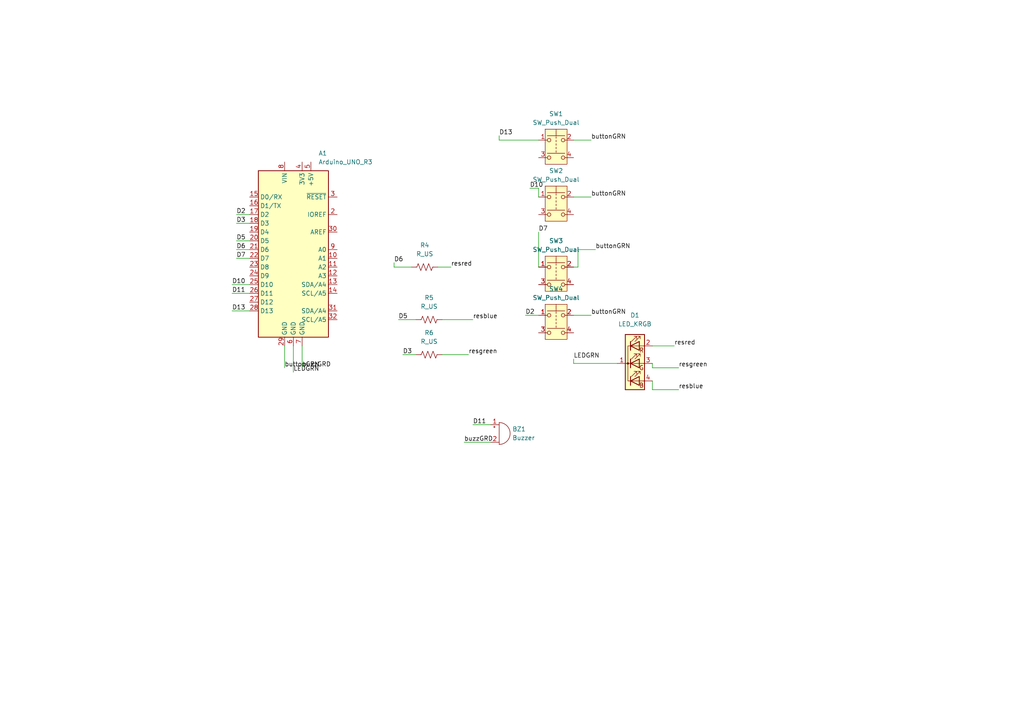
<source format=kicad_sch>
(kicad_sch
	(version 20231120)
	(generator "eeschema")
	(generator_version "8.0")
	(uuid "854e088e-01da-440b-a76e-40df1c8dfbbb")
	(paper "A4")
	(lib_symbols
		(symbol "Device:Buzzer"
			(pin_names
				(offset 0.0254) hide)
			(exclude_from_sim no)
			(in_bom yes)
			(on_board yes)
			(property "Reference" "BZ"
				(at 3.81 1.27 0)
				(effects
					(font
						(size 1.27 1.27)
					)
					(justify left)
				)
			)
			(property "Value" "Buzzer"
				(at 3.81 -1.27 0)
				(effects
					(font
						(size 1.27 1.27)
					)
					(justify left)
				)
			)
			(property "Footprint" ""
				(at -0.635 2.54 90)
				(effects
					(font
						(size 1.27 1.27)
					)
					(hide yes)
				)
			)
			(property "Datasheet" "~"
				(at -0.635 2.54 90)
				(effects
					(font
						(size 1.27 1.27)
					)
					(hide yes)
				)
			)
			(property "Description" "Buzzer, polarized"
				(at 0 0 0)
				(effects
					(font
						(size 1.27 1.27)
					)
					(hide yes)
				)
			)
			(property "ki_keywords" "quartz resonator ceramic"
				(at 0 0 0)
				(effects
					(font
						(size 1.27 1.27)
					)
					(hide yes)
				)
			)
			(property "ki_fp_filters" "*Buzzer*"
				(at 0 0 0)
				(effects
					(font
						(size 1.27 1.27)
					)
					(hide yes)
				)
			)
			(symbol "Buzzer_0_1"
				(arc
					(start 0 -3.175)
					(mid 3.1612 0)
					(end 0 3.175)
					(stroke
						(width 0)
						(type default)
					)
					(fill
						(type none)
					)
				)
				(polyline
					(pts
						(xy -1.651 1.905) (xy -1.143 1.905)
					)
					(stroke
						(width 0)
						(type default)
					)
					(fill
						(type none)
					)
				)
				(polyline
					(pts
						(xy -1.397 2.159) (xy -1.397 1.651)
					)
					(stroke
						(width 0)
						(type default)
					)
					(fill
						(type none)
					)
				)
				(polyline
					(pts
						(xy 0 3.175) (xy 0 -3.175)
					)
					(stroke
						(width 0)
						(type default)
					)
					(fill
						(type none)
					)
				)
			)
			(symbol "Buzzer_1_1"
				(pin passive line
					(at -2.54 2.54 0)
					(length 2.54)
					(name "+"
						(effects
							(font
								(size 1.27 1.27)
							)
						)
					)
					(number "1"
						(effects
							(font
								(size 1.27 1.27)
							)
						)
					)
				)
				(pin passive line
					(at -2.54 -2.54 0)
					(length 2.54)
					(name "-"
						(effects
							(font
								(size 1.27 1.27)
							)
						)
					)
					(number "2"
						(effects
							(font
								(size 1.27 1.27)
							)
						)
					)
				)
			)
		)
		(symbol "Device:LED_KRGB"
			(pin_names
				(offset 0) hide)
			(exclude_from_sim no)
			(in_bom yes)
			(on_board yes)
			(property "Reference" "D"
				(at 0 9.398 0)
				(effects
					(font
						(size 1.27 1.27)
					)
				)
			)
			(property "Value" "LED_KRGB"
				(at 0 -8.89 0)
				(effects
					(font
						(size 1.27 1.27)
					)
				)
			)
			(property "Footprint" ""
				(at 0 -1.27 0)
				(effects
					(font
						(size 1.27 1.27)
					)
					(hide yes)
				)
			)
			(property "Datasheet" "~"
				(at 0 -1.27 0)
				(effects
					(font
						(size 1.27 1.27)
					)
					(hide yes)
				)
			)
			(property "Description" "RGB LED, cathode/red/green/blue"
				(at 0 0 0)
				(effects
					(font
						(size 1.27 1.27)
					)
					(hide yes)
				)
			)
			(property "ki_keywords" "LED RGB diode"
				(at 0 0 0)
				(effects
					(font
						(size 1.27 1.27)
					)
					(hide yes)
				)
			)
			(property "ki_fp_filters" "LED* LED_SMD:* LED_THT:*"
				(at 0 0 0)
				(effects
					(font
						(size 1.27 1.27)
					)
					(hide yes)
				)
			)
			(symbol "LED_KRGB_0_0"
				(text "B"
					(at 1.905 -6.35 0)
					(effects
						(font
							(size 1.27 1.27)
						)
					)
				)
				(text "G"
					(at 1.905 -1.27 0)
					(effects
						(font
							(size 1.27 1.27)
						)
					)
				)
				(text "R"
					(at 1.905 3.81 0)
					(effects
						(font
							(size 1.27 1.27)
						)
					)
				)
			)
			(symbol "LED_KRGB_0_1"
				(circle
					(center -2.032 0)
					(radius 0.254)
					(stroke
						(width 0)
						(type default)
					)
					(fill
						(type outline)
					)
				)
				(polyline
					(pts
						(xy -1.27 -5.08) (xy 1.27 -5.08)
					)
					(stroke
						(width 0)
						(type default)
					)
					(fill
						(type none)
					)
				)
				(polyline
					(pts
						(xy -1.27 -3.81) (xy -1.27 -6.35)
					)
					(stroke
						(width 0.254)
						(type default)
					)
					(fill
						(type none)
					)
				)
				(polyline
					(pts
						(xy -1.27 0) (xy -2.54 0)
					)
					(stroke
						(width 0)
						(type default)
					)
					(fill
						(type none)
					)
				)
				(polyline
					(pts
						(xy -1.27 1.27) (xy -1.27 -1.27)
					)
					(stroke
						(width 0.254)
						(type default)
					)
					(fill
						(type none)
					)
				)
				(polyline
					(pts
						(xy -1.27 5.08) (xy 1.27 5.08)
					)
					(stroke
						(width 0)
						(type default)
					)
					(fill
						(type none)
					)
				)
				(polyline
					(pts
						(xy -1.27 6.35) (xy -1.27 3.81)
					)
					(stroke
						(width 0.254)
						(type default)
					)
					(fill
						(type none)
					)
				)
				(polyline
					(pts
						(xy 1.27 -5.08) (xy 2.54 -5.08)
					)
					(stroke
						(width 0)
						(type default)
					)
					(fill
						(type none)
					)
				)
				(polyline
					(pts
						(xy 1.27 0) (xy -1.27 0)
					)
					(stroke
						(width 0)
						(type default)
					)
					(fill
						(type none)
					)
				)
				(polyline
					(pts
						(xy 1.27 0) (xy 2.54 0)
					)
					(stroke
						(width 0)
						(type default)
					)
					(fill
						(type none)
					)
				)
				(polyline
					(pts
						(xy 1.27 5.08) (xy 2.54 5.08)
					)
					(stroke
						(width 0)
						(type default)
					)
					(fill
						(type none)
					)
				)
				(polyline
					(pts
						(xy -1.27 1.27) (xy -1.27 -1.27) (xy -1.27 -1.27)
					)
					(stroke
						(width 0)
						(type default)
					)
					(fill
						(type none)
					)
				)
				(polyline
					(pts
						(xy -1.27 6.35) (xy -1.27 3.81) (xy -1.27 3.81)
					)
					(stroke
						(width 0)
						(type default)
					)
					(fill
						(type none)
					)
				)
				(polyline
					(pts
						(xy -1.27 5.08) (xy -2.032 5.08) (xy -2.032 -5.08) (xy -1.016 -5.08)
					)
					(stroke
						(width 0)
						(type default)
					)
					(fill
						(type none)
					)
				)
				(polyline
					(pts
						(xy 1.27 -3.81) (xy 1.27 -6.35) (xy -1.27 -5.08) (xy 1.27 -3.81)
					)
					(stroke
						(width 0.254)
						(type default)
					)
					(fill
						(type none)
					)
				)
				(polyline
					(pts
						(xy 1.27 1.27) (xy 1.27 -1.27) (xy -1.27 0) (xy 1.27 1.27)
					)
					(stroke
						(width 0.254)
						(type default)
					)
					(fill
						(type none)
					)
				)
				(polyline
					(pts
						(xy 1.27 6.35) (xy 1.27 3.81) (xy -1.27 5.08) (xy 1.27 6.35)
					)
					(stroke
						(width 0.254)
						(type default)
					)
					(fill
						(type none)
					)
				)
				(polyline
					(pts
						(xy -1.016 -3.81) (xy 0.508 -2.286) (xy -0.254 -2.286) (xy 0.508 -2.286) (xy 0.508 -3.048)
					)
					(stroke
						(width 0)
						(type default)
					)
					(fill
						(type none)
					)
				)
				(polyline
					(pts
						(xy -1.016 1.27) (xy 0.508 2.794) (xy -0.254 2.794) (xy 0.508 2.794) (xy 0.508 2.032)
					)
					(stroke
						(width 0)
						(type default)
					)
					(fill
						(type none)
					)
				)
				(polyline
					(pts
						(xy -1.016 6.35) (xy 0.508 7.874) (xy -0.254 7.874) (xy 0.508 7.874) (xy 0.508 7.112)
					)
					(stroke
						(width 0)
						(type default)
					)
					(fill
						(type none)
					)
				)
				(polyline
					(pts
						(xy 0 -3.81) (xy 1.524 -2.286) (xy 0.762 -2.286) (xy 1.524 -2.286) (xy 1.524 -3.048)
					)
					(stroke
						(width 0)
						(type default)
					)
					(fill
						(type none)
					)
				)
				(polyline
					(pts
						(xy 0 1.27) (xy 1.524 2.794) (xy 0.762 2.794) (xy 1.524 2.794) (xy 1.524 2.032)
					)
					(stroke
						(width 0)
						(type default)
					)
					(fill
						(type none)
					)
				)
				(polyline
					(pts
						(xy 0 6.35) (xy 1.524 7.874) (xy 0.762 7.874) (xy 1.524 7.874) (xy 1.524 7.112)
					)
					(stroke
						(width 0)
						(type default)
					)
					(fill
						(type none)
					)
				)
				(rectangle
					(start 1.27 -1.27)
					(end 1.27 1.27)
					(stroke
						(width 0)
						(type default)
					)
					(fill
						(type none)
					)
				)
				(rectangle
					(start 1.27 1.27)
					(end 1.27 1.27)
					(stroke
						(width 0)
						(type default)
					)
					(fill
						(type none)
					)
				)
				(rectangle
					(start 1.27 3.81)
					(end 1.27 6.35)
					(stroke
						(width 0)
						(type default)
					)
					(fill
						(type none)
					)
				)
				(rectangle
					(start 1.27 6.35)
					(end 1.27 6.35)
					(stroke
						(width 0)
						(type default)
					)
					(fill
						(type none)
					)
				)
				(rectangle
					(start 2.794 8.382)
					(end -2.794 -7.62)
					(stroke
						(width 0.254)
						(type default)
					)
					(fill
						(type background)
					)
				)
			)
			(symbol "LED_KRGB_1_1"
				(pin passive line
					(at -5.08 0 0)
					(length 2.54)
					(name "K"
						(effects
							(font
								(size 1.27 1.27)
							)
						)
					)
					(number "1"
						(effects
							(font
								(size 1.27 1.27)
							)
						)
					)
				)
				(pin passive line
					(at 5.08 5.08 180)
					(length 2.54)
					(name "RA"
						(effects
							(font
								(size 1.27 1.27)
							)
						)
					)
					(number "2"
						(effects
							(font
								(size 1.27 1.27)
							)
						)
					)
				)
				(pin passive line
					(at 5.08 0 180)
					(length 2.54)
					(name "GA"
						(effects
							(font
								(size 1.27 1.27)
							)
						)
					)
					(number "3"
						(effects
							(font
								(size 1.27 1.27)
							)
						)
					)
				)
				(pin passive line
					(at 5.08 -5.08 180)
					(length 2.54)
					(name "BA"
						(effects
							(font
								(size 1.27 1.27)
							)
						)
					)
					(number "4"
						(effects
							(font
								(size 1.27 1.27)
							)
						)
					)
				)
			)
		)
		(symbol "Device:R_US"
			(pin_numbers hide)
			(pin_names
				(offset 0)
			)
			(exclude_from_sim no)
			(in_bom yes)
			(on_board yes)
			(property "Reference" "R"
				(at 2.54 0 90)
				(effects
					(font
						(size 1.27 1.27)
					)
				)
			)
			(property "Value" "R_US"
				(at -2.54 0 90)
				(effects
					(font
						(size 1.27 1.27)
					)
				)
			)
			(property "Footprint" ""
				(at 1.016 -0.254 90)
				(effects
					(font
						(size 1.27 1.27)
					)
					(hide yes)
				)
			)
			(property "Datasheet" "~"
				(at 0 0 0)
				(effects
					(font
						(size 1.27 1.27)
					)
					(hide yes)
				)
			)
			(property "Description" "Resistor, US symbol"
				(at 0 0 0)
				(effects
					(font
						(size 1.27 1.27)
					)
					(hide yes)
				)
			)
			(property "ki_keywords" "R res resistor"
				(at 0 0 0)
				(effects
					(font
						(size 1.27 1.27)
					)
					(hide yes)
				)
			)
			(property "ki_fp_filters" "R_*"
				(at 0 0 0)
				(effects
					(font
						(size 1.27 1.27)
					)
					(hide yes)
				)
			)
			(symbol "R_US_0_1"
				(polyline
					(pts
						(xy 0 -2.286) (xy 0 -2.54)
					)
					(stroke
						(width 0)
						(type default)
					)
					(fill
						(type none)
					)
				)
				(polyline
					(pts
						(xy 0 2.286) (xy 0 2.54)
					)
					(stroke
						(width 0)
						(type default)
					)
					(fill
						(type none)
					)
				)
				(polyline
					(pts
						(xy 0 -0.762) (xy 1.016 -1.143) (xy 0 -1.524) (xy -1.016 -1.905) (xy 0 -2.286)
					)
					(stroke
						(width 0)
						(type default)
					)
					(fill
						(type none)
					)
				)
				(polyline
					(pts
						(xy 0 0.762) (xy 1.016 0.381) (xy 0 0) (xy -1.016 -0.381) (xy 0 -0.762)
					)
					(stroke
						(width 0)
						(type default)
					)
					(fill
						(type none)
					)
				)
				(polyline
					(pts
						(xy 0 2.286) (xy 1.016 1.905) (xy 0 1.524) (xy -1.016 1.143) (xy 0 0.762)
					)
					(stroke
						(width 0)
						(type default)
					)
					(fill
						(type none)
					)
				)
			)
			(symbol "R_US_1_1"
				(pin passive line
					(at 0 3.81 270)
					(length 1.27)
					(name "~"
						(effects
							(font
								(size 1.27 1.27)
							)
						)
					)
					(number "1"
						(effects
							(font
								(size 1.27 1.27)
							)
						)
					)
				)
				(pin passive line
					(at 0 -3.81 90)
					(length 1.27)
					(name "~"
						(effects
							(font
								(size 1.27 1.27)
							)
						)
					)
					(number "2"
						(effects
							(font
								(size 1.27 1.27)
							)
						)
					)
				)
			)
		)
		(symbol "MCU_Module:Arduino_UNO_R3"
			(exclude_from_sim no)
			(in_bom yes)
			(on_board yes)
			(property "Reference" "A"
				(at -10.16 23.495 0)
				(effects
					(font
						(size 1.27 1.27)
					)
					(justify left bottom)
				)
			)
			(property "Value" "Arduino_UNO_R3"
				(at 5.08 -26.67 0)
				(effects
					(font
						(size 1.27 1.27)
					)
					(justify left top)
				)
			)
			(property "Footprint" "Module:Arduino_UNO_R3"
				(at 0 0 0)
				(effects
					(font
						(size 1.27 1.27)
						(italic yes)
					)
					(hide yes)
				)
			)
			(property "Datasheet" "https://www.arduino.cc/en/Main/arduinoBoardUno"
				(at 0 0 0)
				(effects
					(font
						(size 1.27 1.27)
					)
					(hide yes)
				)
			)
			(property "Description" "Arduino UNO Microcontroller Module, release 3"
				(at 0 0 0)
				(effects
					(font
						(size 1.27 1.27)
					)
					(hide yes)
				)
			)
			(property "ki_keywords" "Arduino UNO R3 Microcontroller Module Atmel AVR USB"
				(at 0 0 0)
				(effects
					(font
						(size 1.27 1.27)
					)
					(hide yes)
				)
			)
			(property "ki_fp_filters" "Arduino*UNO*R3*"
				(at 0 0 0)
				(effects
					(font
						(size 1.27 1.27)
					)
					(hide yes)
				)
			)
			(symbol "Arduino_UNO_R3_0_1"
				(rectangle
					(start -10.16 22.86)
					(end 10.16 -25.4)
					(stroke
						(width 0.254)
						(type default)
					)
					(fill
						(type background)
					)
				)
			)
			(symbol "Arduino_UNO_R3_1_1"
				(pin no_connect line
					(at -10.16 -20.32 0)
					(length 2.54) hide
					(name "NC"
						(effects
							(font
								(size 1.27 1.27)
							)
						)
					)
					(number "1"
						(effects
							(font
								(size 1.27 1.27)
							)
						)
					)
				)
				(pin bidirectional line
					(at 12.7 -2.54 180)
					(length 2.54)
					(name "A1"
						(effects
							(font
								(size 1.27 1.27)
							)
						)
					)
					(number "10"
						(effects
							(font
								(size 1.27 1.27)
							)
						)
					)
				)
				(pin bidirectional line
					(at 12.7 -5.08 180)
					(length 2.54)
					(name "A2"
						(effects
							(font
								(size 1.27 1.27)
							)
						)
					)
					(number "11"
						(effects
							(font
								(size 1.27 1.27)
							)
						)
					)
				)
				(pin bidirectional line
					(at 12.7 -7.62 180)
					(length 2.54)
					(name "A3"
						(effects
							(font
								(size 1.27 1.27)
							)
						)
					)
					(number "12"
						(effects
							(font
								(size 1.27 1.27)
							)
						)
					)
				)
				(pin bidirectional line
					(at 12.7 -10.16 180)
					(length 2.54)
					(name "SDA/A4"
						(effects
							(font
								(size 1.27 1.27)
							)
						)
					)
					(number "13"
						(effects
							(font
								(size 1.27 1.27)
							)
						)
					)
				)
				(pin bidirectional line
					(at 12.7 -12.7 180)
					(length 2.54)
					(name "SCL/A5"
						(effects
							(font
								(size 1.27 1.27)
							)
						)
					)
					(number "14"
						(effects
							(font
								(size 1.27 1.27)
							)
						)
					)
				)
				(pin bidirectional line
					(at -12.7 15.24 0)
					(length 2.54)
					(name "D0/RX"
						(effects
							(font
								(size 1.27 1.27)
							)
						)
					)
					(number "15"
						(effects
							(font
								(size 1.27 1.27)
							)
						)
					)
				)
				(pin bidirectional line
					(at -12.7 12.7 0)
					(length 2.54)
					(name "D1/TX"
						(effects
							(font
								(size 1.27 1.27)
							)
						)
					)
					(number "16"
						(effects
							(font
								(size 1.27 1.27)
							)
						)
					)
				)
				(pin bidirectional line
					(at -12.7 10.16 0)
					(length 2.54)
					(name "D2"
						(effects
							(font
								(size 1.27 1.27)
							)
						)
					)
					(number "17"
						(effects
							(font
								(size 1.27 1.27)
							)
						)
					)
				)
				(pin bidirectional line
					(at -12.7 7.62 0)
					(length 2.54)
					(name "D3"
						(effects
							(font
								(size 1.27 1.27)
							)
						)
					)
					(number "18"
						(effects
							(font
								(size 1.27 1.27)
							)
						)
					)
				)
				(pin bidirectional line
					(at -12.7 5.08 0)
					(length 2.54)
					(name "D4"
						(effects
							(font
								(size 1.27 1.27)
							)
						)
					)
					(number "19"
						(effects
							(font
								(size 1.27 1.27)
							)
						)
					)
				)
				(pin output line
					(at 12.7 10.16 180)
					(length 2.54)
					(name "IOREF"
						(effects
							(font
								(size 1.27 1.27)
							)
						)
					)
					(number "2"
						(effects
							(font
								(size 1.27 1.27)
							)
						)
					)
				)
				(pin bidirectional line
					(at -12.7 2.54 0)
					(length 2.54)
					(name "D5"
						(effects
							(font
								(size 1.27 1.27)
							)
						)
					)
					(number "20"
						(effects
							(font
								(size 1.27 1.27)
							)
						)
					)
				)
				(pin bidirectional line
					(at -12.7 0 0)
					(length 2.54)
					(name "D6"
						(effects
							(font
								(size 1.27 1.27)
							)
						)
					)
					(number "21"
						(effects
							(font
								(size 1.27 1.27)
							)
						)
					)
				)
				(pin bidirectional line
					(at -12.7 -2.54 0)
					(length 2.54)
					(name "D7"
						(effects
							(font
								(size 1.27 1.27)
							)
						)
					)
					(number "22"
						(effects
							(font
								(size 1.27 1.27)
							)
						)
					)
				)
				(pin bidirectional line
					(at -12.7 -5.08 0)
					(length 2.54)
					(name "D8"
						(effects
							(font
								(size 1.27 1.27)
							)
						)
					)
					(number "23"
						(effects
							(font
								(size 1.27 1.27)
							)
						)
					)
				)
				(pin bidirectional line
					(at -12.7 -7.62 0)
					(length 2.54)
					(name "D9"
						(effects
							(font
								(size 1.27 1.27)
							)
						)
					)
					(number "24"
						(effects
							(font
								(size 1.27 1.27)
							)
						)
					)
				)
				(pin bidirectional line
					(at -12.7 -10.16 0)
					(length 2.54)
					(name "D10"
						(effects
							(font
								(size 1.27 1.27)
							)
						)
					)
					(number "25"
						(effects
							(font
								(size 1.27 1.27)
							)
						)
					)
				)
				(pin bidirectional line
					(at -12.7 -12.7 0)
					(length 2.54)
					(name "D11"
						(effects
							(font
								(size 1.27 1.27)
							)
						)
					)
					(number "26"
						(effects
							(font
								(size 1.27 1.27)
							)
						)
					)
				)
				(pin bidirectional line
					(at -12.7 -15.24 0)
					(length 2.54)
					(name "D12"
						(effects
							(font
								(size 1.27 1.27)
							)
						)
					)
					(number "27"
						(effects
							(font
								(size 1.27 1.27)
							)
						)
					)
				)
				(pin bidirectional line
					(at -12.7 -17.78 0)
					(length 2.54)
					(name "D13"
						(effects
							(font
								(size 1.27 1.27)
							)
						)
					)
					(number "28"
						(effects
							(font
								(size 1.27 1.27)
							)
						)
					)
				)
				(pin power_in line
					(at -2.54 -27.94 90)
					(length 2.54)
					(name "GND"
						(effects
							(font
								(size 1.27 1.27)
							)
						)
					)
					(number "29"
						(effects
							(font
								(size 1.27 1.27)
							)
						)
					)
				)
				(pin input line
					(at 12.7 15.24 180)
					(length 2.54)
					(name "~{RESET}"
						(effects
							(font
								(size 1.27 1.27)
							)
						)
					)
					(number "3"
						(effects
							(font
								(size 1.27 1.27)
							)
						)
					)
				)
				(pin input line
					(at 12.7 5.08 180)
					(length 2.54)
					(name "AREF"
						(effects
							(font
								(size 1.27 1.27)
							)
						)
					)
					(number "30"
						(effects
							(font
								(size 1.27 1.27)
							)
						)
					)
				)
				(pin bidirectional line
					(at 12.7 -17.78 180)
					(length 2.54)
					(name "SDA/A4"
						(effects
							(font
								(size 1.27 1.27)
							)
						)
					)
					(number "31"
						(effects
							(font
								(size 1.27 1.27)
							)
						)
					)
				)
				(pin bidirectional line
					(at 12.7 -20.32 180)
					(length 2.54)
					(name "SCL/A5"
						(effects
							(font
								(size 1.27 1.27)
							)
						)
					)
					(number "32"
						(effects
							(font
								(size 1.27 1.27)
							)
						)
					)
				)
				(pin power_out line
					(at 2.54 25.4 270)
					(length 2.54)
					(name "3V3"
						(effects
							(font
								(size 1.27 1.27)
							)
						)
					)
					(number "4"
						(effects
							(font
								(size 1.27 1.27)
							)
						)
					)
				)
				(pin power_out line
					(at 5.08 25.4 270)
					(length 2.54)
					(name "+5V"
						(effects
							(font
								(size 1.27 1.27)
							)
						)
					)
					(number "5"
						(effects
							(font
								(size 1.27 1.27)
							)
						)
					)
				)
				(pin power_in line
					(at 0 -27.94 90)
					(length 2.54)
					(name "GND"
						(effects
							(font
								(size 1.27 1.27)
							)
						)
					)
					(number "6"
						(effects
							(font
								(size 1.27 1.27)
							)
						)
					)
				)
				(pin power_in line
					(at 2.54 -27.94 90)
					(length 2.54)
					(name "GND"
						(effects
							(font
								(size 1.27 1.27)
							)
						)
					)
					(number "7"
						(effects
							(font
								(size 1.27 1.27)
							)
						)
					)
				)
				(pin power_in line
					(at -2.54 25.4 270)
					(length 2.54)
					(name "VIN"
						(effects
							(font
								(size 1.27 1.27)
							)
						)
					)
					(number "8"
						(effects
							(font
								(size 1.27 1.27)
							)
						)
					)
				)
				(pin bidirectional line
					(at 12.7 0 180)
					(length 2.54)
					(name "A0"
						(effects
							(font
								(size 1.27 1.27)
							)
						)
					)
					(number "9"
						(effects
							(font
								(size 1.27 1.27)
							)
						)
					)
				)
			)
		)
		(symbol "Switch:SW_Push_Dual"
			(pin_names
				(offset 1.016) hide)
			(exclude_from_sim no)
			(in_bom yes)
			(on_board yes)
			(property "Reference" "SW"
				(at 0 7.62 0)
				(effects
					(font
						(size 1.27 1.27)
					)
				)
			)
			(property "Value" "SW_Push_Dual"
				(at 0 -6.35 0)
				(effects
					(font
						(size 1.27 1.27)
					)
				)
			)
			(property "Footprint" ""
				(at 0 7.62 0)
				(effects
					(font
						(size 1.27 1.27)
					)
					(hide yes)
				)
			)
			(property "Datasheet" "~"
				(at 0 0 0)
				(effects
					(font
						(size 1.27 1.27)
					)
					(hide yes)
				)
			)
			(property "Description" "Push button switch, generic, symbol, four pins"
				(at 0 0 0)
				(effects
					(font
						(size 1.27 1.27)
					)
					(hide yes)
				)
			)
			(property "ki_keywords" "switch normally-open pushbutton push-button"
				(at 0 0 0)
				(effects
					(font
						(size 1.27 1.27)
					)
					(hide yes)
				)
			)
			(symbol "SW_Push_Dual_0_1"
				(circle
					(center -2.032 -2.54)
					(radius 0.508)
					(stroke
						(width 0)
						(type default)
					)
					(fill
						(type none)
					)
				)
				(circle
					(center -2.032 2.54)
					(radius 0.508)
					(stroke
						(width 0)
						(type default)
					)
					(fill
						(type none)
					)
				)
				(polyline
					(pts
						(xy 0 -0.508) (xy 0 -1.016)
					)
					(stroke
						(width 0)
						(type default)
					)
					(fill
						(type none)
					)
				)
				(polyline
					(pts
						(xy 0 0.508) (xy 0 0)
					)
					(stroke
						(width 0)
						(type default)
					)
					(fill
						(type none)
					)
				)
				(polyline
					(pts
						(xy 0 1.016) (xy 0 1.524)
					)
					(stroke
						(width 0)
						(type default)
					)
					(fill
						(type none)
					)
				)
				(polyline
					(pts
						(xy 0 2.032) (xy 0 2.54)
					)
					(stroke
						(width 0)
						(type default)
					)
					(fill
						(type none)
					)
				)
				(polyline
					(pts
						(xy 0 3.048) (xy 0 3.556)
					)
					(stroke
						(width 0)
						(type default)
					)
					(fill
						(type none)
					)
				)
				(polyline
					(pts
						(xy 0 3.81) (xy 0 5.588)
					)
					(stroke
						(width 0)
						(type default)
					)
					(fill
						(type none)
					)
				)
				(polyline
					(pts
						(xy 2.54 -1.27) (xy -2.54 -1.27)
					)
					(stroke
						(width 0)
						(type default)
					)
					(fill
						(type none)
					)
				)
				(polyline
					(pts
						(xy 2.54 3.81) (xy -2.54 3.81)
					)
					(stroke
						(width 0)
						(type default)
					)
					(fill
						(type none)
					)
				)
				(circle
					(center 2.032 -2.54)
					(radius 0.508)
					(stroke
						(width 0)
						(type default)
					)
					(fill
						(type none)
					)
				)
				(circle
					(center 2.032 2.54)
					(radius 0.508)
					(stroke
						(width 0)
						(type default)
					)
					(fill
						(type none)
					)
				)
				(pin passive line
					(at -5.08 2.54 0)
					(length 2.54)
					(name "1"
						(effects
							(font
								(size 1.27 1.27)
							)
						)
					)
					(number "1"
						(effects
							(font
								(size 1.27 1.27)
							)
						)
					)
				)
				(pin passive line
					(at 5.08 2.54 180)
					(length 2.54)
					(name "2"
						(effects
							(font
								(size 1.27 1.27)
							)
						)
					)
					(number "2"
						(effects
							(font
								(size 1.27 1.27)
							)
						)
					)
				)
				(pin passive line
					(at -5.08 -2.54 0)
					(length 2.54)
					(name "3"
						(effects
							(font
								(size 1.27 1.27)
							)
						)
					)
					(number "3"
						(effects
							(font
								(size 1.27 1.27)
							)
						)
					)
				)
				(pin passive line
					(at 5.08 -2.54 180)
					(length 2.54)
					(name "4"
						(effects
							(font
								(size 1.27 1.27)
							)
						)
					)
					(number "4"
						(effects
							(font
								(size 1.27 1.27)
							)
						)
					)
				)
			)
			(symbol "SW_Push_Dual_1_1"
				(rectangle
					(start -3.175 5.715)
					(end 3.175 -4.445)
					(stroke
						(width 0)
						(type default)
					)
					(fill
						(type background)
					)
				)
			)
		)
	)
	(wire
		(pts
			(xy 115.57 92.71) (xy 120.65 92.71)
		)
		(stroke
			(width 0)
			(type default)
		)
		(uuid "008ce929-396c-4015-8603-653256050eb1")
	)
	(wire
		(pts
			(xy 166.37 77.47) (xy 167.64 77.47)
		)
		(stroke
			(width 0)
			(type default)
		)
		(uuid "0359ade7-56a3-4458-8eb6-d82914a04516")
	)
	(wire
		(pts
			(xy 153.67 54.61) (xy 156.21 54.61)
		)
		(stroke
			(width 0)
			(type default)
		)
		(uuid "05898410-c22b-4bd6-ba9e-e35755466fcb")
	)
	(wire
		(pts
			(xy 68.58 69.85) (xy 72.39 69.85)
		)
		(stroke
			(width 0)
			(type default)
		)
		(uuid "0d1f1f5d-8b4c-437d-b385-f724b551d1d6")
	)
	(wire
		(pts
			(xy 196.85 106.68) (xy 189.23 106.68)
		)
		(stroke
			(width 0)
			(type default)
		)
		(uuid "1b7cb730-1a0b-4b58-85a5-d73c75787518")
	)
	(wire
		(pts
			(xy 68.58 62.23) (xy 72.39 62.23)
		)
		(stroke
			(width 0)
			(type default)
		)
		(uuid "24aed87c-8f50-4104-99bd-57621ac25a4a")
	)
	(wire
		(pts
			(xy 128.27 102.87) (xy 135.89 102.87)
		)
		(stroke
			(width 0)
			(type default)
		)
		(uuid "2fd1e5e4-9062-4537-81a0-12b31b76ae06")
	)
	(wire
		(pts
			(xy 167.64 77.47) (xy 167.64 72.39)
		)
		(stroke
			(width 0)
			(type default)
		)
		(uuid "461a326b-faaa-4393-b7ab-26d991dea720")
	)
	(wire
		(pts
			(xy 152.4 91.44) (xy 156.21 91.44)
		)
		(stroke
			(width 0)
			(type default)
		)
		(uuid "4a3a4657-35cf-4133-8e7d-2a65ca290dff")
	)
	(wire
		(pts
			(xy 68.58 72.39) (xy 72.39 72.39)
		)
		(stroke
			(width 0)
			(type default)
		)
		(uuid "4e681436-135e-4cb3-b13b-f96729035c55")
	)
	(wire
		(pts
			(xy 166.37 40.64) (xy 171.45 40.64)
		)
		(stroke
			(width 0)
			(type default)
		)
		(uuid "5325ed5a-a31b-4e77-a9e3-120f3c9d965a")
	)
	(wire
		(pts
			(xy 85.09 100.33) (xy 85.09 107.95)
		)
		(stroke
			(width 0)
			(type default)
		)
		(uuid "5524e5f3-622a-41d7-947a-523539bd1e65")
	)
	(wire
		(pts
			(xy 189.23 106.68) (xy 189.23 105.41)
		)
		(stroke
			(width 0)
			(type default)
		)
		(uuid "5f957c24-a7f1-4ed5-a1af-9b2a71edfc61")
	)
	(wire
		(pts
			(xy 134.62 128.27) (xy 142.24 128.27)
		)
		(stroke
			(width 0)
			(type default)
		)
		(uuid "64f9824b-13dd-41b7-a29e-c5db70efabb5")
	)
	(wire
		(pts
			(xy 128.27 92.71) (xy 137.16 92.71)
		)
		(stroke
			(width 0)
			(type default)
		)
		(uuid "67983f82-aca1-4317-929a-fed36f83393b")
	)
	(wire
		(pts
			(xy 189.23 100.33) (xy 195.58 100.33)
		)
		(stroke
			(width 0)
			(type default)
		)
		(uuid "67be4148-12fb-436c-a2aa-3bd8f5ed4e58")
	)
	(wire
		(pts
			(xy 127 77.47) (xy 130.81 77.47)
		)
		(stroke
			(width 0)
			(type default)
		)
		(uuid "70fdb4a3-7534-4a3f-9e8d-7fd0471f2c7e")
	)
	(wire
		(pts
			(xy 166.37 105.41) (xy 166.37 104.14)
		)
		(stroke
			(width 0)
			(type default)
		)
		(uuid "729126cb-5fea-4f45-bada-e2e7d47b4c34")
	)
	(wire
		(pts
			(xy 67.31 85.09) (xy 72.39 85.09)
		)
		(stroke
			(width 0)
			(type default)
		)
		(uuid "781ecfa6-044d-4079-a79f-85911c0f73e1")
	)
	(wire
		(pts
			(xy 67.31 90.17) (xy 72.39 90.17)
		)
		(stroke
			(width 0)
			(type default)
		)
		(uuid "79cbe923-6795-4b66-bd6d-ce8b9d3f6b85")
	)
	(wire
		(pts
			(xy 87.63 100.33) (xy 87.63 106.68)
		)
		(stroke
			(width 0)
			(type default)
		)
		(uuid "8e02a41f-be9c-4a5c-bf01-bf5fc1a58689")
	)
	(wire
		(pts
			(xy 189.23 113.03) (xy 189.23 110.49)
		)
		(stroke
			(width 0)
			(type default)
		)
		(uuid "944a666c-867b-4980-ae55-62f31d43f72f")
	)
	(wire
		(pts
			(xy 114.3 77.47) (xy 119.38 77.47)
		)
		(stroke
			(width 0)
			(type default)
		)
		(uuid "a1f74472-887b-4e86-adcc-b0cd4761f05f")
	)
	(wire
		(pts
			(xy 67.31 82.55) (xy 72.39 82.55)
		)
		(stroke
			(width 0)
			(type default)
		)
		(uuid "a9cd5add-8a02-4714-8a21-4b7c484a9010")
	)
	(wire
		(pts
			(xy 144.78 40.64) (xy 144.78 39.37)
		)
		(stroke
			(width 0)
			(type default)
		)
		(uuid "ae567121-c8ae-4b8a-a308-739606688d7e")
	)
	(wire
		(pts
			(xy 156.21 40.64) (xy 144.78 40.64)
		)
		(stroke
			(width 0)
			(type default)
		)
		(uuid "ae823ea2-ea1c-417c-a040-ec253fd205a6")
	)
	(wire
		(pts
			(xy 196.85 113.03) (xy 189.23 113.03)
		)
		(stroke
			(width 0)
			(type default)
		)
		(uuid "b186758f-a1f9-46b3-908d-53edb91bc14c")
	)
	(wire
		(pts
			(xy 156.21 77.47) (xy 156.21 67.31)
		)
		(stroke
			(width 0)
			(type default)
		)
		(uuid "b6f55e8c-53b7-4898-a043-d3cdddc2fb85")
	)
	(wire
		(pts
			(xy 114.3 77.47) (xy 114.3 76.2)
		)
		(stroke
			(width 0)
			(type default)
		)
		(uuid "bf7942c6-071d-4930-8020-210503d79868")
	)
	(wire
		(pts
			(xy 166.37 57.15) (xy 171.45 57.15)
		)
		(stroke
			(width 0)
			(type default)
		)
		(uuid "c0a6ad4f-eb6f-4567-9e5e-57745349bc7d")
	)
	(wire
		(pts
			(xy 156.21 57.15) (xy 156.21 54.61)
		)
		(stroke
			(width 0)
			(type default)
		)
		(uuid "c6ccc7a0-92a0-4d4a-afd3-c8f5f53d0aa3")
	)
	(wire
		(pts
			(xy 116.84 102.87) (xy 120.65 102.87)
		)
		(stroke
			(width 0)
			(type default)
		)
		(uuid "d4d2fd5b-c2e0-4299-8e82-d2a5607bac9e")
	)
	(wire
		(pts
			(xy 166.37 91.44) (xy 171.45 91.44)
		)
		(stroke
			(width 0)
			(type default)
		)
		(uuid "db203508-ecd2-424b-bd6b-6efc7b3c6a94")
	)
	(wire
		(pts
			(xy 68.58 74.93) (xy 72.39 74.93)
		)
		(stroke
			(width 0)
			(type default)
		)
		(uuid "e48163d0-960f-424b-8700-a7eff6f9f503")
	)
	(wire
		(pts
			(xy 137.16 123.19) (xy 142.24 123.19)
		)
		(stroke
			(width 0)
			(type default)
		)
		(uuid "f41bf2e5-43d7-43da-af5a-451987d85245")
	)
	(wire
		(pts
			(xy 179.07 105.41) (xy 166.37 105.41)
		)
		(stroke
			(width 0)
			(type default)
		)
		(uuid "f74a734c-1142-40d6-b955-9181d66a5211")
	)
	(wire
		(pts
			(xy 68.58 64.77) (xy 72.39 64.77)
		)
		(stroke
			(width 0)
			(type default)
		)
		(uuid "f9f68193-f82a-4f15-862a-3df37b385f81")
	)
	(wire
		(pts
			(xy 82.55 100.33) (xy 82.55 106.68)
		)
		(stroke
			(width 0)
			(type default)
		)
		(uuid "fe8c66cd-9934-48b3-819c-b5c5f2e9afbe")
	)
	(wire
		(pts
			(xy 167.64 72.39) (xy 172.72 72.39)
		)
		(stroke
			(width 0)
			(type default)
		)
		(uuid "ff67ebb9-e001-4dbd-8622-8e0e597e843a")
	)
	(label "resgreen"
		(at 135.89 102.87 0)
		(fields_autoplaced yes)
		(effects
			(font
				(size 1.27 1.27)
			)
			(justify left bottom)
		)
		(uuid "0bf7dbc4-285b-4186-a7e6-a63932eb5421")
	)
	(label "D13"
		(at 144.78 39.37 0)
		(fields_autoplaced yes)
		(effects
			(font
				(size 1.27 1.27)
			)
			(justify left bottom)
		)
		(uuid "124035dd-5586-4cf4-ae97-5a18dc40f805")
	)
	(label "buttonGRN"
		(at 171.45 40.64 0)
		(fields_autoplaced yes)
		(effects
			(font
				(size 1.27 1.27)
			)
			(justify left bottom)
		)
		(uuid "291c82f4-595b-42d9-8cd7-549e2d22de92")
	)
	(label "D7"
		(at 68.58 74.93 0)
		(fields_autoplaced yes)
		(effects
			(font
				(size 1.27 1.27)
			)
			(justify left bottom)
		)
		(uuid "294cefd5-d0d8-4af1-9930-c37d71361615")
	)
	(label "LEDGRN"
		(at 166.37 104.14 0)
		(fields_autoplaced yes)
		(effects
			(font
				(size 1.27 1.27)
			)
			(justify left bottom)
		)
		(uuid "323237ec-1802-432a-b43c-42527e4dd186")
	)
	(label "buttonGRN"
		(at 172.72 72.39 0)
		(fields_autoplaced yes)
		(effects
			(font
				(size 1.27 1.27)
			)
			(justify left bottom)
		)
		(uuid "33a74472-49f0-49ab-ac52-47781877d2df")
	)
	(label "D6"
		(at 114.3 76.2 0)
		(fields_autoplaced yes)
		(effects
			(font
				(size 1.27 1.27)
			)
			(justify left bottom)
		)
		(uuid "35d6691e-9f16-4838-99cb-c41a5a46bb63")
	)
	(label "resred"
		(at 195.58 100.33 0)
		(fields_autoplaced yes)
		(effects
			(font
				(size 1.27 1.27)
			)
			(justify left bottom)
		)
		(uuid "39101f04-e7e1-4c82-978d-73ff7107b7c1")
	)
	(label "D5"
		(at 68.58 69.85 0)
		(fields_autoplaced yes)
		(effects
			(font
				(size 1.27 1.27)
			)
			(justify left bottom)
		)
		(uuid "39ac05de-36dc-4532-8dec-7309d0b841b8")
	)
	(label "D11"
		(at 137.16 123.19 0)
		(fields_autoplaced yes)
		(effects
			(font
				(size 1.27 1.27)
			)
			(justify left bottom)
		)
		(uuid "4e4a8775-ea27-4da3-b954-014c58246e62")
	)
	(label "D10"
		(at 67.31 82.55 0)
		(fields_autoplaced yes)
		(effects
			(font
				(size 1.27 1.27)
			)
			(justify left bottom)
		)
		(uuid "4e5261b6-4e34-4cc4-8516-e2fc57f5e361")
	)
	(label "resgreen"
		(at 196.85 106.68 0)
		(fields_autoplaced yes)
		(effects
			(font
				(size 1.27 1.27)
			)
			(justify left bottom)
		)
		(uuid "651dbb94-c982-4b9d-8793-24b6f96d2e9e")
	)
	(label "resred"
		(at 130.81 77.47 0)
		(fields_autoplaced yes)
		(effects
			(font
				(size 1.27 1.27)
			)
			(justify left bottom)
		)
		(uuid "66c66dde-62f5-4f8b-aaea-6205920484e4")
	)
	(label "buzzGRD"
		(at 134.62 128.27 0)
		(fields_autoplaced yes)
		(effects
			(font
				(size 1.27 1.27)
			)
			(justify left bottom)
		)
		(uuid "8596534f-2980-4ad8-8cf2-9b1714c9e825")
	)
	(label "D2"
		(at 68.58 62.23 0)
		(fields_autoplaced yes)
		(effects
			(font
				(size 1.27 1.27)
			)
			(justify left bottom)
		)
		(uuid "88222478-c18c-4b0a-b049-cfbc27d25cb4")
	)
	(label "resblue"
		(at 137.16 92.71 0)
		(fields_autoplaced yes)
		(effects
			(font
				(size 1.27 1.27)
			)
			(justify left bottom)
		)
		(uuid "8c79ec2b-73d6-472a-be3d-2f9a665707d9")
	)
	(label "D2"
		(at 152.4 91.44 0)
		(fields_autoplaced yes)
		(effects
			(font
				(size 1.27 1.27)
			)
			(justify left bottom)
		)
		(uuid "93ec7692-2bda-46b7-ae6e-85f094df0d67")
	)
	(label "D3"
		(at 68.58 64.77 0)
		(fields_autoplaced yes)
		(effects
			(font
				(size 1.27 1.27)
			)
			(justify left bottom)
		)
		(uuid "9931ec6b-c80f-41da-abc8-fbe18ac1861f")
	)
	(label "D7"
		(at 156.21 67.31 0)
		(fields_autoplaced yes)
		(effects
			(font
				(size 1.27 1.27)
			)
			(justify left bottom)
		)
		(uuid "996e5c9e-6275-4000-9f16-111019c14ae8")
	)
	(label "D13"
		(at 67.31 90.17 0)
		(fields_autoplaced yes)
		(effects
			(font
				(size 1.27 1.27)
			)
			(justify left bottom)
		)
		(uuid "9ac0e564-d000-4afc-92a8-03e29447288e")
	)
	(label "D6"
		(at 68.58 72.39 0)
		(fields_autoplaced yes)
		(effects
			(font
				(size 1.27 1.27)
			)
			(justify left bottom)
		)
		(uuid "9b614fe5-0cd8-4407-8125-e551c9780bff")
	)
	(label "buttonGRN"
		(at 171.45 91.44 0)
		(fields_autoplaced yes)
		(effects
			(font
				(size 1.27 1.27)
			)
			(justify left bottom)
		)
		(uuid "ac018238-41ad-44bf-992e-bb98182bd11c")
	)
	(label "buttonGRN"
		(at 171.45 57.15 0)
		(fields_autoplaced yes)
		(effects
			(font
				(size 1.27 1.27)
			)
			(justify left bottom)
		)
		(uuid "ac57a3c9-d1cb-4bff-b6e1-665451f6793e")
	)
	(label "D11"
		(at 67.31 85.09 0)
		(fields_autoplaced yes)
		(effects
			(font
				(size 1.27 1.27)
			)
			(justify left bottom)
		)
		(uuid "b9ba3232-d3f9-461a-8cbb-4dc2a5f24f42")
	)
	(label "buttonGRN"
		(at 82.55 106.68 0)
		(fields_autoplaced yes)
		(effects
			(font
				(size 1.27 1.27)
			)
			(justify left bottom)
		)
		(uuid "bcc507a1-d293-4d0c-a021-7832c6f51776")
	)
	(label "D10"
		(at 153.67 54.61 0)
		(fields_autoplaced yes)
		(effects
			(font
				(size 1.27 1.27)
			)
			(justify left bottom)
		)
		(uuid "c45502d7-edbd-4327-8f97-4b70c8202475")
	)
	(label "buzzGRD"
		(at 87.63 106.68 0)
		(fields_autoplaced yes)
		(effects
			(font
				(size 1.27 1.27)
			)
			(justify left bottom)
		)
		(uuid "c4ae6966-c71c-4c68-b422-69b8bcc42cb7")
	)
	(label "resblue"
		(at 196.85 113.03 0)
		(fields_autoplaced yes)
		(effects
			(font
				(size 1.27 1.27)
			)
			(justify left bottom)
		)
		(uuid "cbc83987-e931-4bcb-accb-bb76b5038060")
	)
	(label "D5"
		(at 115.57 92.71 0)
		(fields_autoplaced yes)
		(effects
			(font
				(size 1.27 1.27)
			)
			(justify left bottom)
		)
		(uuid "e012fcaa-acbc-4eec-bef2-9eea50d0d0e2")
	)
	(label "D3"
		(at 116.84 102.87 0)
		(fields_autoplaced yes)
		(effects
			(font
				(size 1.27 1.27)
			)
			(justify left bottom)
		)
		(uuid "fd3d1763-ec10-4035-a5a8-6c92fb0f2265")
	)
	(label "LEDGRN"
		(at 85.09 107.95 0)
		(fields_autoplaced yes)
		(effects
			(font
				(size 1.27 1.27)
			)
			(justify left bottom)
		)
		(uuid "ff564ff5-aee0-40af-8a1d-2072bc4bb2e8")
	)
	(symbol
		(lib_id "Device:R_US")
		(at 124.46 92.71 90)
		(unit 1)
		(exclude_from_sim no)
		(in_bom yes)
		(on_board yes)
		(dnp no)
		(fields_autoplaced yes)
		(uuid "1a48b5f6-445b-4496-9f56-b4faf6d4d936")
		(property "Reference" "R5"
			(at 124.46 86.36 90)
			(effects
				(font
					(size 1.27 1.27)
				)
			)
		)
		(property "Value" "R_US"
			(at 124.46 88.9 90)
			(effects
				(font
					(size 1.27 1.27)
				)
			)
		)
		(property "Footprint" "Resistor_THT:R_Axial_DIN0207_L6.3mm_D2.5mm_P10.16mm_Horizontal"
			(at 124.714 91.694 90)
			(effects
				(font
					(size 1.27 1.27)
				)
				(hide yes)
			)
		)
		(property "Datasheet" "~"
			(at 124.46 92.71 0)
			(effects
				(font
					(size 1.27 1.27)
				)
				(hide yes)
			)
		)
		(property "Description" "Resistor, US symbol"
			(at 124.46 92.71 0)
			(effects
				(font
					(size 1.27 1.27)
				)
				(hide yes)
			)
		)
		(pin "1"
			(uuid "94500876-4665-48b0-bfa2-250e61556663")
		)
		(pin "2"
			(uuid "f0e581b0-5390-4550-bc7b-fab88751f3c9")
		)
		(instances
			(project "projectmen"
				(path "/854e088e-01da-440b-a76e-40df1c8dfbbb"
					(reference "R5")
					(unit 1)
				)
			)
		)
	)
	(symbol
		(lib_id "Switch:SW_Push_Dual")
		(at 161.29 93.98 0)
		(unit 1)
		(exclude_from_sim no)
		(in_bom yes)
		(on_board yes)
		(dnp no)
		(fields_autoplaced yes)
		(uuid "3be3c76c-cb63-42e2-b3d4-56d8e7c32d3e")
		(property "Reference" "SW4"
			(at 161.29 83.82 0)
			(effects
				(font
					(size 1.27 1.27)
				)
			)
		)
		(property "Value" "SW_Push_Dual"
			(at 161.29 86.36 0)
			(effects
				(font
					(size 1.27 1.27)
				)
			)
		)
		(property "Footprint" "Button_Switch_THT:SW_PUSH_6mm_H4.3mm"
			(at 161.29 86.36 0)
			(effects
				(font
					(size 1.27 1.27)
				)
				(hide yes)
			)
		)
		(property "Datasheet" "~"
			(at 161.29 93.98 0)
			(effects
				(font
					(size 1.27 1.27)
				)
				(hide yes)
			)
		)
		(property "Description" "Push button switch, generic, symbol, four pins"
			(at 161.29 93.98 0)
			(effects
				(font
					(size 1.27 1.27)
				)
				(hide yes)
			)
		)
		(pin "4"
			(uuid "1cadbc25-0802-46d8-9a7e-46aa69549cbf")
		)
		(pin "2"
			(uuid "7d89b119-79f4-4316-ac61-d5f2892d282d")
		)
		(pin "3"
			(uuid "ad9643b8-3a3b-4bef-8c0f-003fb321fc89")
		)
		(pin "1"
			(uuid "9a8d4f49-a2a4-4f4f-997b-399aa74c8d3d")
		)
		(instances
			(project "projectmen"
				(path "/854e088e-01da-440b-a76e-40df1c8dfbbb"
					(reference "SW4")
					(unit 1)
				)
			)
		)
	)
	(symbol
		(lib_id "Switch:SW_Push_Dual")
		(at 161.29 59.69 0)
		(unit 1)
		(exclude_from_sim no)
		(in_bom yes)
		(on_board yes)
		(dnp no)
		(fields_autoplaced yes)
		(uuid "3c794c42-8fba-4b07-839e-a488aae136d4")
		(property "Reference" "SW2"
			(at 161.29 49.53 0)
			(effects
				(font
					(size 1.27 1.27)
				)
			)
		)
		(property "Value" "SW_Push_Dual"
			(at 161.29 52.07 0)
			(effects
				(font
					(size 1.27 1.27)
				)
			)
		)
		(property "Footprint" "Button_Switch_THT:SW_PUSH_6mm_H4.3mm"
			(at 161.29 52.07 0)
			(effects
				(font
					(size 1.27 1.27)
				)
				(hide yes)
			)
		)
		(property "Datasheet" "~"
			(at 161.29 59.69 0)
			(effects
				(font
					(size 1.27 1.27)
				)
				(hide yes)
			)
		)
		(property "Description" "Push button switch, generic, symbol, four pins"
			(at 161.29 59.69 0)
			(effects
				(font
					(size 1.27 1.27)
				)
				(hide yes)
			)
		)
		(pin "4"
			(uuid "b4c7d346-e76e-44ac-b27a-eda27c1f797f")
		)
		(pin "2"
			(uuid "52f1a470-020b-4009-8307-92d285837211")
		)
		(pin "3"
			(uuid "457e2138-3c2b-40f4-affe-5c438ebba4de")
		)
		(pin "1"
			(uuid "821974f2-5330-4f45-a16d-f0339bfd3227")
		)
		(instances
			(project "projectmen"
				(path "/854e088e-01da-440b-a76e-40df1c8dfbbb"
					(reference "SW2")
					(unit 1)
				)
			)
		)
	)
	(symbol
		(lib_id "Device:R_US")
		(at 124.46 102.87 90)
		(unit 1)
		(exclude_from_sim no)
		(in_bom yes)
		(on_board yes)
		(dnp no)
		(fields_autoplaced yes)
		(uuid "3f6675bf-3097-4a3f-a0a8-f53902293892")
		(property "Reference" "R6"
			(at 124.46 96.52 90)
			(effects
				(font
					(size 1.27 1.27)
				)
			)
		)
		(property "Value" "R_US"
			(at 124.46 99.06 90)
			(effects
				(font
					(size 1.27 1.27)
				)
			)
		)
		(property "Footprint" "Resistor_THT:R_Axial_DIN0207_L6.3mm_D2.5mm_P10.16mm_Horizontal"
			(at 124.714 101.854 90)
			(effects
				(font
					(size 1.27 1.27)
				)
				(hide yes)
			)
		)
		(property "Datasheet" "~"
			(at 124.46 102.87 0)
			(effects
				(font
					(size 1.27 1.27)
				)
				(hide yes)
			)
		)
		(property "Description" "Resistor, US symbol"
			(at 124.46 102.87 0)
			(effects
				(font
					(size 1.27 1.27)
				)
				(hide yes)
			)
		)
		(pin "1"
			(uuid "9804d782-2a2e-4fa0-85c0-336a85814a91")
		)
		(pin "2"
			(uuid "a91cc099-ed28-450b-a62a-bcd5054f404c")
		)
		(instances
			(project "projectmen"
				(path "/854e088e-01da-440b-a76e-40df1c8dfbbb"
					(reference "R6")
					(unit 1)
				)
			)
		)
	)
	(symbol
		(lib_id "Device:R_US")
		(at 123.19 77.47 90)
		(unit 1)
		(exclude_from_sim no)
		(in_bom yes)
		(on_board yes)
		(dnp no)
		(fields_autoplaced yes)
		(uuid "5be8f338-cd99-4dad-99b3-f6e1cba5eb74")
		(property "Reference" "R4"
			(at 123.19 71.12 90)
			(effects
				(font
					(size 1.27 1.27)
				)
			)
		)
		(property "Value" "R_US"
			(at 123.19 73.66 90)
			(effects
				(font
					(size 1.27 1.27)
				)
			)
		)
		(property "Footprint" "Resistor_THT:R_Axial_DIN0207_L6.3mm_D2.5mm_P10.16mm_Horizontal"
			(at 123.444 76.454 90)
			(effects
				(font
					(size 1.27 1.27)
				)
				(hide yes)
			)
		)
		(property "Datasheet" "~"
			(at 123.19 77.47 0)
			(effects
				(font
					(size 1.27 1.27)
				)
				(hide yes)
			)
		)
		(property "Description" "Resistor, US symbol"
			(at 123.19 77.47 0)
			(effects
				(font
					(size 1.27 1.27)
				)
				(hide yes)
			)
		)
		(pin "1"
			(uuid "1ffc0151-4d83-43d8-b7b3-556c8d3e5d68")
		)
		(pin "2"
			(uuid "993d5c74-e9a9-4697-a21e-a62ad39e3d26")
		)
		(instances
			(project "projectmen"
				(path "/854e088e-01da-440b-a76e-40df1c8dfbbb"
					(reference "R4")
					(unit 1)
				)
			)
		)
	)
	(symbol
		(lib_id "Device:Buzzer")
		(at 144.78 125.73 0)
		(unit 1)
		(exclude_from_sim no)
		(in_bom yes)
		(on_board yes)
		(dnp no)
		(fields_autoplaced yes)
		(uuid "866e9452-61cb-4ba9-a6a0-bd8ee5c7eb93")
		(property "Reference" "BZ1"
			(at 148.59 124.4599 0)
			(effects
				(font
					(size 1.27 1.27)
				)
				(justify left)
			)
		)
		(property "Value" "Buzzer"
			(at 148.59 126.9999 0)
			(effects
				(font
					(size 1.27 1.27)
				)
				(justify left)
			)
		)
		(property "Footprint" "Buzzer_Beeper:Buzzer_12x9.5RM7.6"
			(at 144.145 123.19 90)
			(effects
				(font
					(size 1.27 1.27)
				)
				(hide yes)
			)
		)
		(property "Datasheet" "~"
			(at 144.145 123.19 90)
			(effects
				(font
					(size 1.27 1.27)
				)
				(hide yes)
			)
		)
		(property "Description" "Buzzer, polarized"
			(at 144.78 125.73 0)
			(effects
				(font
					(size 1.27 1.27)
				)
				(hide yes)
			)
		)
		(pin "2"
			(uuid "c10d935a-b4c7-47ba-bfe0-aaa9f3aa9b07")
		)
		(pin "1"
			(uuid "40b26114-c0ee-429c-ae9c-a012d5683932")
		)
		(instances
			(project "projectmen"
				(path "/854e088e-01da-440b-a76e-40df1c8dfbbb"
					(reference "BZ1")
					(unit 1)
				)
			)
		)
	)
	(symbol
		(lib_id "Switch:SW_Push_Dual")
		(at 161.29 43.18 0)
		(unit 1)
		(exclude_from_sim no)
		(in_bom yes)
		(on_board yes)
		(dnp no)
		(fields_autoplaced yes)
		(uuid "8a1a9c1c-1bb0-4e8e-aaf6-8da02f6edf43")
		(property "Reference" "SW1"
			(at 161.29 33.02 0)
			(effects
				(font
					(size 1.27 1.27)
				)
			)
		)
		(property "Value" "SW_Push_Dual"
			(at 161.29 35.56 0)
			(effects
				(font
					(size 1.27 1.27)
				)
			)
		)
		(property "Footprint" "Button_Switch_THT:SW_PUSH_6mm_H4.3mm"
			(at 161.29 35.56 0)
			(effects
				(font
					(size 1.27 1.27)
				)
				(hide yes)
			)
		)
		(property "Datasheet" "~"
			(at 161.29 43.18 0)
			(effects
				(font
					(size 1.27 1.27)
				)
				(hide yes)
			)
		)
		(property "Description" "Push button switch, generic, symbol, four pins"
			(at 161.29 43.18 0)
			(effects
				(font
					(size 1.27 1.27)
				)
				(hide yes)
			)
		)
		(pin "4"
			(uuid "9354a522-3cdc-4c74-8187-d2ccd641e0eb")
		)
		(pin "2"
			(uuid "5df31818-a6b9-4cdc-9c19-76077faeb579")
		)
		(pin "3"
			(uuid "b98e9d17-2abc-4ac2-b45d-ada0eb73d98c")
		)
		(pin "1"
			(uuid "59e3a954-6a7b-4b2a-8946-80308affac45")
		)
		(instances
			(project "projectmen"
				(path "/854e088e-01da-440b-a76e-40df1c8dfbbb"
					(reference "SW1")
					(unit 1)
				)
			)
		)
	)
	(symbol
		(lib_id "Switch:SW_Push_Dual")
		(at 161.29 80.01 0)
		(unit 1)
		(exclude_from_sim no)
		(in_bom yes)
		(on_board yes)
		(dnp no)
		(fields_autoplaced yes)
		(uuid "a8ec2ace-88f2-48f7-bd6a-ff7587ae70b4")
		(property "Reference" "SW3"
			(at 161.29 69.85 0)
			(effects
				(font
					(size 1.27 1.27)
				)
			)
		)
		(property "Value" "SW_Push_Dual"
			(at 161.29 72.39 0)
			(effects
				(font
					(size 1.27 1.27)
				)
			)
		)
		(property "Footprint" "Button_Switch_THT:SW_PUSH_6mm_H4.3mm"
			(at 161.29 72.39 0)
			(effects
				(font
					(size 1.27 1.27)
				)
				(hide yes)
			)
		)
		(property "Datasheet" "~"
			(at 161.29 80.01 0)
			(effects
				(font
					(size 1.27 1.27)
				)
				(hide yes)
			)
		)
		(property "Description" "Push button switch, generic, symbol, four pins"
			(at 161.29 80.01 0)
			(effects
				(font
					(size 1.27 1.27)
				)
				(hide yes)
			)
		)
		(pin "4"
			(uuid "d129adce-5a28-47bc-bc67-5fab0611a45b")
		)
		(pin "2"
			(uuid "0114eada-8562-434e-96c0-06ac4a5dd8dc")
		)
		(pin "3"
			(uuid "4a85c291-755f-450d-a042-83854dddf9e7")
		)
		(pin "1"
			(uuid "fe9b3aae-763f-4345-ac5a-7be2c7d234ad")
		)
		(instances
			(project "projectmen"
				(path "/854e088e-01da-440b-a76e-40df1c8dfbbb"
					(reference "SW3")
					(unit 1)
				)
			)
		)
	)
	(symbol
		(lib_id "Device:LED_KRGB")
		(at 184.15 105.41 0)
		(unit 1)
		(exclude_from_sim no)
		(in_bom yes)
		(on_board yes)
		(dnp no)
		(fields_autoplaced yes)
		(uuid "b1bde1a0-dcef-4d31-b5be-5fc83aac929b")
		(property "Reference" "D1"
			(at 184.15 91.44 0)
			(effects
				(font
					(size 1.27 1.27)
				)
			)
		)
		(property "Value" "LED_KRGB"
			(at 184.15 93.98 0)
			(effects
				(font
					(size 1.27 1.27)
				)
			)
		)
		(property "Footprint" "LED_THT:LED_D5.0mm-4_RGB"
			(at 184.15 106.68 0)
			(effects
				(font
					(size 1.27 1.27)
				)
				(hide yes)
			)
		)
		(property "Datasheet" "~"
			(at 184.15 106.68 0)
			(effects
				(font
					(size 1.27 1.27)
				)
				(hide yes)
			)
		)
		(property "Description" "RGB LED, cathode/red/green/blue"
			(at 184.15 105.41 0)
			(effects
				(font
					(size 1.27 1.27)
				)
				(hide yes)
			)
		)
		(pin "1"
			(uuid "be7ef379-773c-41c2-ab79-359b727dac87")
		)
		(pin "2"
			(uuid "f74a3c5e-ac81-4134-8ae5-680002e09063")
		)
		(pin "3"
			(uuid "dff53d5f-d80c-4e2e-a31c-6627c9ea3c12")
		)
		(pin "4"
			(uuid "d3f204b9-7ced-4796-8cbd-90389dbfc24b")
		)
		(instances
			(project "projectmen"
				(path "/854e088e-01da-440b-a76e-40df1c8dfbbb"
					(reference "D1")
					(unit 1)
				)
			)
		)
	)
	(symbol
		(lib_id "MCU_Module:Arduino_UNO_R3")
		(at 85.09 72.39 0)
		(unit 1)
		(exclude_from_sim no)
		(in_bom yes)
		(on_board yes)
		(dnp no)
		(fields_autoplaced yes)
		(uuid "c636ebde-d25b-4472-8f80-8ad182f75e9c")
		(property "Reference" "A1"
			(at 92.3641 44.45 0)
			(effects
				(font
					(size 1.27 1.27)
				)
				(justify left)
			)
		)
		(property "Value" "Arduino_UNO_R3"
			(at 92.3641 46.99 0)
			(effects
				(font
					(size 1.27 1.27)
				)
				(justify left)
			)
		)
		(property "Footprint" "Module:Arduino_UNO_R3"
			(at 85.09 72.39 0)
			(effects
				(font
					(size 1.27 1.27)
					(italic yes)
				)
				(hide yes)
			)
		)
		(property "Datasheet" "https://www.arduino.cc/en/Main/arduinoBoardUno"
			(at 85.09 72.39 0)
			(effects
				(font
					(size 1.27 1.27)
				)
				(hide yes)
			)
		)
		(property "Description" "Arduino UNO Microcontroller Module, release 3"
			(at 85.09 72.39 0)
			(effects
				(font
					(size 1.27 1.27)
				)
				(hide yes)
			)
		)
		(pin "30"
			(uuid "14080f4e-4a38-4a4d-9251-88b89ad16379")
		)
		(pin "32"
			(uuid "d67cf7f1-3297-46a1-8984-c5a9fdab6e62")
		)
		(pin "25"
			(uuid "0007de50-9a98-46ef-a5d6-bb57e853606a")
		)
		(pin "8"
			(uuid "732df977-c089-4213-9f3d-ddb7950e50df")
		)
		(pin "23"
			(uuid "ce06ed6f-1002-4aca-b89f-0c5236c03128")
		)
		(pin "19"
			(uuid "a029fee4-2a6c-4691-a04e-31aa2d216395")
		)
		(pin "15"
			(uuid "dc0824d8-4c7e-41ed-8f3a-05fdea1e9432")
		)
		(pin "7"
			(uuid "2b57e0da-8b88-4e8d-80b5-8f6ab7221c07")
		)
		(pin "6"
			(uuid "9cd471cc-3893-4ccc-ad31-f3d875175c18")
		)
		(pin "26"
			(uuid "c04c4d88-f051-4032-9ec6-1fff469c275c")
		)
		(pin "1"
			(uuid "e584da70-a708-46f3-90d6-d381c049816c")
		)
		(pin "12"
			(uuid "3c7a8234-ef0f-4a79-ae07-ab4ad5f7c44b")
		)
		(pin "22"
			(uuid "42204b45-74d5-415b-aaee-5afe00b56855")
		)
		(pin "4"
			(uuid "0ac50d8f-c545-420b-a310-bf4a6d8ea10e")
		)
		(pin "11"
			(uuid "b3f84ad3-ee24-41e4-8493-360e4163df3d")
		)
		(pin "21"
			(uuid "3515fac7-dc3a-4679-a916-7a4cc65f312b")
		)
		(pin "24"
			(uuid "c2959821-3dc1-411f-90ba-ede6a89a37b6")
		)
		(pin "3"
			(uuid "c01d64c1-bf0a-4c91-a394-377daa9f6b8f")
		)
		(pin "10"
			(uuid "483e8722-3bd0-4b4a-a4d0-ce61fd311e76")
		)
		(pin "2"
			(uuid "4164a91d-252c-4f8f-8ed8-d6b68d46eb0b")
		)
		(pin "14"
			(uuid "da7e6a15-1202-4e0c-b4db-95c1754b5a17")
		)
		(pin "28"
			(uuid "e92f689d-52eb-47b0-9aed-db217b4937e2")
		)
		(pin "16"
			(uuid "baa806ba-dffd-4410-8162-4b1259c2fd08")
		)
		(pin "18"
			(uuid "50de050b-425a-431c-a912-1a245a8a4552")
		)
		(pin "27"
			(uuid "0733aee1-97e9-4319-89ee-c89ecd6a8d64")
		)
		(pin "13"
			(uuid "7e97c4b5-574e-401d-8366-3f113190c288")
		)
		(pin "29"
			(uuid "dd525ae6-67f0-40b0-b006-2f640a1254d3")
		)
		(pin "20"
			(uuid "a8503ca0-4ea6-40ff-a6c7-77d62fbadd3b")
		)
		(pin "31"
			(uuid "fc97c9c4-ee08-4abd-b788-192b5fc42354")
		)
		(pin "17"
			(uuid "2017a1e5-69d2-494a-9116-f2c488905c51")
		)
		(pin "5"
			(uuid "a5aec014-dcac-4f40-8700-4f845f02285e")
		)
		(pin "9"
			(uuid "4b2bfb0f-5a3b-4292-ac71-94d5514e3e9d")
		)
		(instances
			(project "projectmen"
				(path "/854e088e-01da-440b-a76e-40df1c8dfbbb"
					(reference "A1")
					(unit 1)
				)
			)
		)
	)
	(sheet_instances
		(path "/"
			(page "1")
		)
	)
)
</source>
